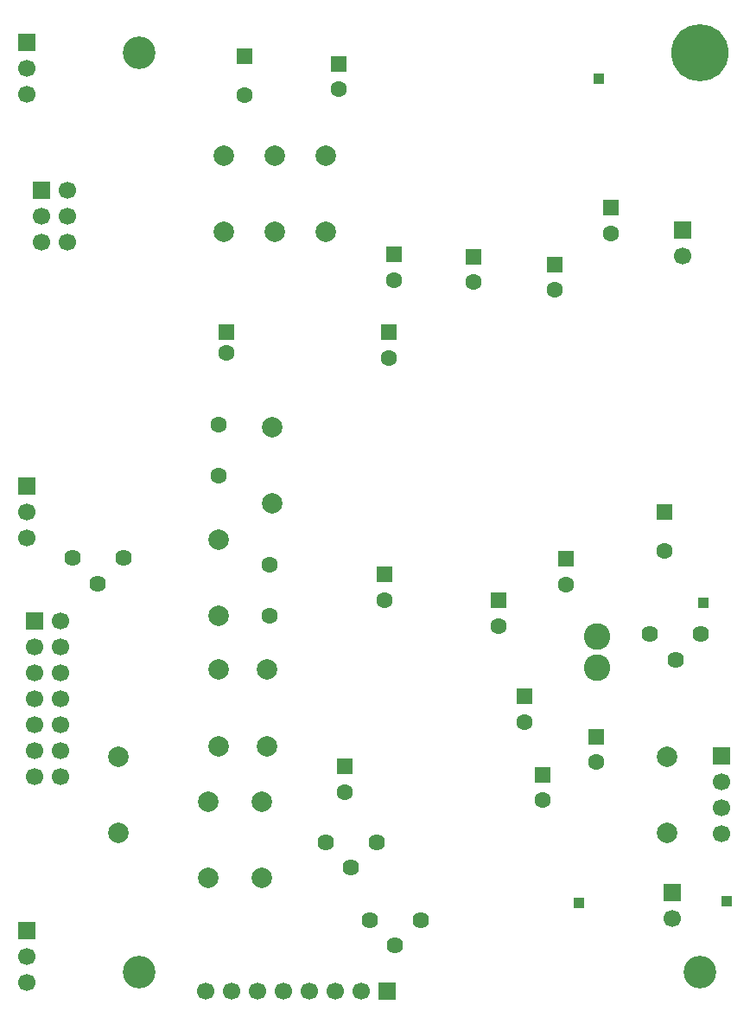
<source format=gbs>
G04 #@! TF.GenerationSoftware,KiCad,Pcbnew,9.0.3*
G04 #@! TF.CreationDate,2025-08-17T13:08:36+02:00*
G04 #@! TF.ProjectId,siemens,7369656d-656e-4732-9e6b-696361645f70,rev?*
G04 #@! TF.SameCoordinates,Original*
G04 #@! TF.FileFunction,Soldermask,Bot*
G04 #@! TF.FilePolarity,Negative*
%FSLAX46Y46*%
G04 Gerber Fmt 4.6, Leading zero omitted, Abs format (unit mm)*
G04 Created by KiCad (PCBNEW 9.0.3) date 2025-08-17 13:08:36*
%MOMM*%
%LPD*%
G01*
G04 APERTURE LIST*
G04 Aperture macros list*
%AMRoundRect*
0 Rectangle with rounded corners*
0 $1 Rounding radius*
0 $2 $3 $4 $5 $6 $7 $8 $9 X,Y pos of 4 corners*
0 Add a 4 corners polygon primitive as box body*
4,1,4,$2,$3,$4,$5,$6,$7,$8,$9,$2,$3,0*
0 Add four circle primitives for the rounded corners*
1,1,$1+$1,$2,$3*
1,1,$1+$1,$4,$5*
1,1,$1+$1,$6,$7*
1,1,$1+$1,$8,$9*
0 Add four rect primitives between the rounded corners*
20,1,$1+$1,$2,$3,$4,$5,0*
20,1,$1+$1,$4,$5,$6,$7,0*
20,1,$1+$1,$6,$7,$8,$9,0*
20,1,$1+$1,$8,$9,$2,$3,0*%
G04 Aperture macros list end*
%ADD10C,2.000000*%
%ADD11C,3.200000*%
%ADD12C,1.700000*%
%ADD13R,1.700000X1.700000*%
%ADD14R,1.000000X1.000000*%
%ADD15C,1.600000*%
%ADD16RoundRect,0.250000X-0.550000X0.550000X-0.550000X-0.550000X0.550000X-0.550000X0.550000X0.550000X0*%
%ADD17C,1.620000*%
%ADD18C,2.600000*%
%ADD19C,5.600000*%
G04 APERTURE END LIST*
D10*
X63342000Y-45092000D03*
X63342000Y-52592000D03*
X58291248Y-52592000D03*
X58291248Y-45092000D03*
X53291248Y-45092000D03*
X53291248Y-52592000D03*
D11*
X45000000Y-35000000D03*
D12*
X34000000Y-126080000D03*
X34000000Y-123540000D03*
D13*
X34000000Y-121000000D03*
X34000000Y-34000000D03*
D12*
X34000000Y-36540000D03*
X34000000Y-39080000D03*
D13*
X35452000Y-48452000D03*
D12*
X37992000Y-48452000D03*
X35452000Y-50992000D03*
X37992000Y-50992000D03*
X35452000Y-53532000D03*
X37992000Y-53532000D03*
D10*
X96791248Y-111416000D03*
X96791248Y-103916000D03*
D14*
X100342000Y-88912000D03*
D15*
X96532000Y-83822000D03*
D16*
X96532000Y-80022000D03*
D15*
X84541248Y-108210888D03*
D16*
X84541248Y-105710888D03*
D10*
X57023000Y-115831000D03*
X57023000Y-108331000D03*
D14*
X88150000Y-118249000D03*
D10*
X52791248Y-90166000D03*
X52791248Y-82666000D03*
D14*
X102628000Y-118122000D03*
D15*
X55342000Y-39142000D03*
D16*
X55342000Y-35342000D03*
D12*
X37291248Y-105866000D03*
X34751248Y-105866000D03*
X37291248Y-103326000D03*
X34751248Y-103326000D03*
X37291248Y-100786000D03*
X34751248Y-100786000D03*
X37291248Y-98246000D03*
X34751248Y-98246000D03*
X37291248Y-95706000D03*
X34751248Y-95706000D03*
X37291248Y-93166000D03*
X34751248Y-93166000D03*
X37291248Y-90626000D03*
D13*
X34751248Y-90626000D03*
D15*
X70002000Y-57291888D03*
D16*
X70002000Y-54791888D03*
D17*
X38500000Y-84500000D03*
X41000000Y-87000000D03*
X43500000Y-84500000D03*
D15*
X65151000Y-107402000D03*
D16*
X65151000Y-104902000D03*
D15*
X80276000Y-91158000D03*
D16*
X80276000Y-88658000D03*
D11*
X100000000Y-125000000D03*
D10*
X57541248Y-95416000D03*
X57541248Y-102916000D03*
D15*
X64592000Y-38592000D03*
D16*
X64592000Y-36092000D03*
D10*
X51816000Y-115831000D03*
X51816000Y-108331000D03*
D18*
X89928000Y-95214000D03*
X89928000Y-92214000D03*
D10*
X58041248Y-71666000D03*
X58041248Y-79166000D03*
D15*
X52791248Y-71416000D03*
X52791248Y-76416000D03*
D12*
X97282000Y-119761000D03*
D13*
X97282000Y-117221000D03*
D12*
X34000000Y-82540000D03*
X34000000Y-80000000D03*
D13*
X34000000Y-77460000D03*
D15*
X91291248Y-52710888D03*
D16*
X91291248Y-50210888D03*
D17*
X63286000Y-112315000D03*
X65786000Y-114815000D03*
X68286000Y-112315000D03*
D15*
X77791248Y-57497000D03*
D16*
X77791248Y-54997000D03*
D15*
X53541248Y-64416000D03*
D16*
X53541248Y-62416000D03*
D19*
X100000000Y-35000000D03*
D15*
X86880000Y-87094000D03*
D16*
X86880000Y-84594000D03*
D10*
X43041248Y-111416000D03*
X43041248Y-103916000D03*
D12*
X102120000Y-111518000D03*
X102120000Y-108978000D03*
X102120000Y-106438000D03*
D13*
X102120000Y-103898000D03*
D15*
X69541248Y-64916000D03*
D16*
X69541248Y-62416000D03*
D15*
X57791248Y-85166000D03*
X57791248Y-90166000D03*
D17*
X95088000Y-91960000D03*
X97588000Y-94460000D03*
X100088000Y-91960000D03*
D15*
X69041248Y-88618000D03*
D16*
X69041248Y-86118000D03*
D14*
X90092000Y-37592000D03*
D17*
X67604000Y-119935000D03*
X70104000Y-122435000D03*
X72604000Y-119935000D03*
D11*
X45000000Y-125000000D03*
D15*
X85791248Y-58254606D03*
D16*
X85791248Y-55754606D03*
D15*
X89791248Y-104460888D03*
D16*
X89791248Y-101960888D03*
D12*
X98291248Y-54916000D03*
D13*
X98291248Y-52376000D03*
D10*
X52840496Y-102916000D03*
X52840496Y-95416000D03*
D15*
X82816000Y-100556000D03*
D16*
X82816000Y-98056000D03*
D13*
X69342000Y-126873000D03*
D12*
X66802000Y-126873000D03*
X64262000Y-126873000D03*
X61722000Y-126873000D03*
X59182000Y-126873000D03*
X56642000Y-126873000D03*
X54102000Y-126873000D03*
X51562000Y-126873000D03*
M02*

</source>
